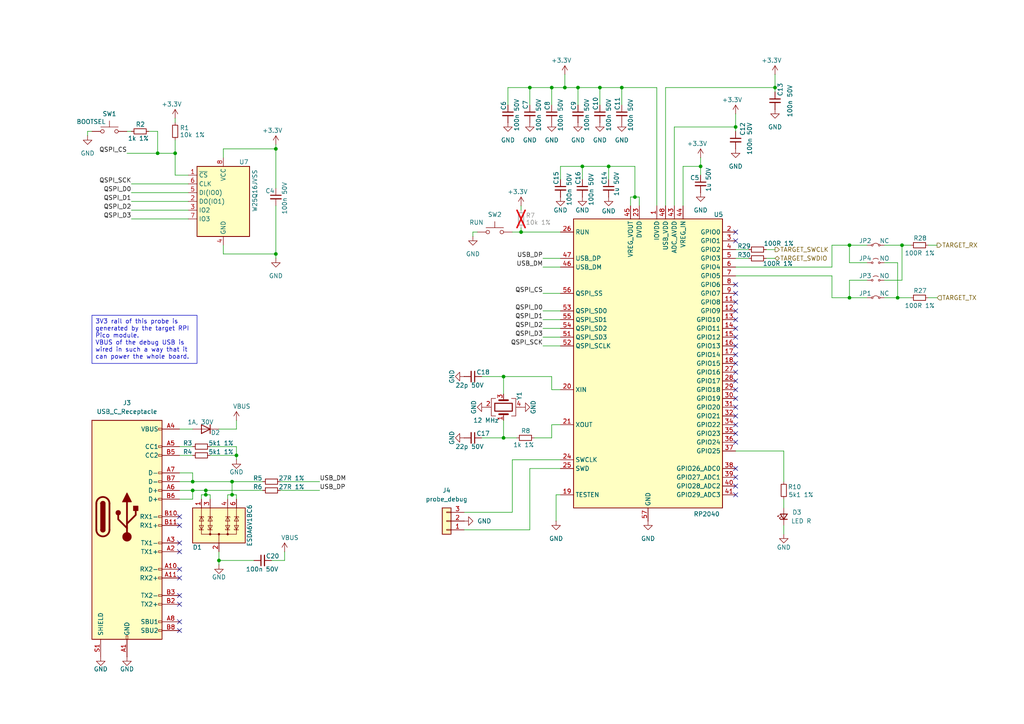
<source format=kicad_sch>
(kicad_sch (version 20231120) (generator "eeschema") (generator_version "8.0")
  (paper "A4")
  (lib_symbols
    (symbol "Connector:USB_C_Receptacle" (pin_names (offset 1.016))
      (property "Reference" "J" (at -10.16 29.21 0))
      (property "Value" "USB_C_Receptacle" (at 10.16 29.21 0))
      (symbol "USB_C_Receptacle_1_1"
        (pin passive line (at 0 -40.64 90) (length 5.08) (name "GND") (number "A1"))
        (pin bidirectional line (at 15.24 -15.24 180) (length 5.08) (name "RX2-") (number "A10"))
        (pin bidirectional line (at 15.24 -17.78 180) (length 5.08) (name "RX2+") (number "A11"))
        (pin passive line (at 0 -40.64 90) (length 5.08) hide (name "GND") (number "A12"))
        (pin bidirectional line (at 15.24 -10.16 180) (length 5.08) (name "TX1+") (number "A2"))
        (pin bidirectional line (at 15.24 -7.62 180) (length 5.08) (name "TX1-") (number "A3"))
        (pin passive line (at 15.24 25.4 180) (length 5.08) (name "VBUS") (number "A4"))
        (pin bidirectional line (at 15.24 20.32 180) (length 5.08) (name "CC1") (number "A5"))
        (pin bidirectional line (at 15.24 7.62 180) (length 5.08) (name "D+") (number "A6"))
        (pin bidirectional line (at 15.24 12.7 180) (length 5.08) (name "D-") (number "A7"))
        (pin bidirectional line (at 15.24 -30.48 180) (length 5.08) (name "SBU1") (number "A8"))
        (pin passive line (at 15.24 25.4 180) (length 5.08) hide (name "VBUS") (number "A9"))
        (pin passive line (at 0 -40.64 90) (length 5.08) hide (name "GND") (number "B1"))
        (pin bidirectional line (at 15.24 0 180) (length 5.08) (name "RX1-") (number "B10"))
        (pin bidirectional line (at 15.24 -2.54 180) (length 5.08) (name "RX1+") (number "B11"))
        (pin passive line (at 0 -40.64 90) (length 5.08) hide (name "GND") (number "B12"))
        (pin bidirectional line (at 15.24 -25.4 180) (length 5.08) (name "TX2+") (number "B2"))
        (pin bidirectional line (at 15.24 -22.86 180) (length 5.08) (name "TX2-") (number "B3"))
        (pin passive line (at 15.24 25.4 180) (length 5.08) hide (name "VBUS") (number "B4"))
        (pin bidirectional line (at 15.24 17.78 180) (length 5.08) (name "CC2") (number "B5"))
        (pin bidirectional line (at 15.24 5.08 180) (length 5.08) (name "D+") (number "B6"))
        (pin bidirectional line (at 15.24 10.16 180) (length 5.08) (name "D-") (number "B7"))
        (pin bidirectional line (at 15.24 -33.02 180) (length 5.08) (name "SBU2") (number "B8"))
        (pin passive line (at 15.24 25.4 180) (length 5.08) hide (name "VBUS") (number "B9"))
        (pin passive line (at -7.62 -40.64 90) (length 5.08) (name "SHIELD") (number "S1"))
      )
    )
    (symbol "Connector_Generic:Conn_01x03" (pin_names (offset 1.016) hide)
      (property "Reference" "J" (at 0 5.08 0))
      (property "Value" "Conn_01x03" (at 0 -5.08 0))
      (symbol "Conn_01x03_1_1"
        (pin passive line (at -5.08 2.54 0) (length 3.81) (name "Pin_1") (number "1"))
        (pin passive line (at -5.08 0 0) (length 3.81) (name "Pin_2") (number "2"))
        (pin passive line (at -5.08 -2.54 0) (length 3.81) (name "Pin_3") (number "3"))
      )
    )
    (symbol "Device:C_Small" (pin_numbers hide) (pin_names (offset 0.254) hide)
      (property "Reference" "C" (at 0.254 1.778 0))
      (property "Value" "C_Small" (at 0.254 -2.032 0))
      (symbol "C_Small_1_1"
        (pin passive line (at 0 2.54 270) (length 2.032) (name "~") (number "1"))
        (pin passive line (at 0 -2.54 90) (length 2.032) (name "~") (number "2"))
      )
    )
    (symbol "Device:Crystal_GND24" (pin_names (offset 1.016) hide)
      (property "Reference" "Y" (at 3.175 5.08 0))
      (property "Value" "Crystal_GND24" (at 3.175 3.175 0))
      (symbol "Crystal_GND24_1_1"
        (pin passive line (at -3.81 0 0) (length 1.27) (name "1") (number "1"))
        (pin passive line (at 0 5.08 270) (length 1.27) (name "2") (number "2"))
        (pin passive line (at 3.81 0 180) (length 1.27) (name "3") (number "3"))
        (pin passive line (at 0 -5.08 90) (length 1.27) (name "4") (number "4"))
      )
    )
    (symbol "Device:D" (pin_numbers hide) (pin_names (offset 1.016) hide)
      (property "Reference" "D" (at 0 2.54 0))
      (property "Value" "D" (at 0 -2.54 0))
      (symbol "D_1_1"
        (pin passive line (at -3.81 0 0) (length 2.54) (name "K") (number "1"))
        (pin passive line (at 3.81 0 180) (length 2.54) (name "A") (number "2"))
      )
    )
    (symbol "Device:LED_Small" (pin_numbers hide) (pin_names (offset 0.254) hide)
      (property "Reference" "D" (at -1.27 3.175 0))
      (property "Value" "LED_Small" (at -4.445 -2.54 0))
      (symbol "LED_Small_1_1"
        (pin passive line (at -2.54 0 0) (length 1.778) (name "K") (number "1"))
        (pin passive line (at 2.54 0 180) (length 1.778) (name "A") (number "2"))
      )
    )
    (symbol "Device:R_Small" (pin_numbers hide) (pin_names (offset 0.254) hide)
      (property "Reference" "R" (at 0.762 0.508 0))
      (property "Value" "R_Small" (at 0.762 -1.016 0))
      (symbol "R_Small_1_1"
        (pin passive line (at 0 2.54 270) (length 0.762) (name "~") (number "1"))
        (pin passive line (at 0 -2.54 90) (length 0.762) (name "~") (number "2"))
      )
    )
    (symbol "Jumper:Jumper_2_Small_Bridged" (pin_numbers hide) (pin_names (offset 0) hide) (exclude_from_sim yes)
      (property "Reference" "JP" (at 0 2.032 0))
      (property "Value" "Jumper_2_Small_Bridged" (at 0 -2.286 0))
      (symbol "Jumper_2_Small_Bridged_1_1"
        (pin passive line (at -2.54 0 0) (length 1.27) (name "A") (number "1"))
        (pin passive line (at 2.54 0 180) (length 1.27) (name "B") (number "2"))
      )
    )
    (symbol "Jumper:Jumper_2_Small_Open" (pin_numbers hide) (pin_names (offset 0) hide) (exclude_from_sim yes)
      (property "Reference" "JP" (at 0 2.794 0))
      (property "Value" "Jumper_2_Small_Open" (at 0 -2.286 0))
      (symbol "Jumper_2_Small_Open_1_1"
        (pin passive line (at -2.54 0 0) (length 1.27) (name "A") (number "1"))
        (pin passive line (at 2.54 0 180) (length 1.27) (name "B") (number "2"))
      )
    )
    (symbol "MCU_RaspberryPi:RP2040"
      (property "Reference" "U" (at 17.78 45.72 0))
      (property "Value" "RP2040" (at 17.78 43.18 0))
      (symbol "RP2040_1_1"
        (pin power_in line (at 2.54 45.72 270) (length 3.81) (name "IOVDD") (number "1"))
        (pin passive line (at 2.54 45.72 270) (length 3.81) hide (name "IOVDD") (number "10"))
        (pin bidirectional line (at 25.4 17.78 180) (length 3.81) (name "GPIO8") (number "11"))
        (pin bidirectional line (at 25.4 15.24 180) (length 3.81) (name "GPIO9") (number "12"))
        (pin bidirectional line (at 25.4 12.7 180) (length 3.81) (name "GPIO10") (number "13"))
        (pin bidirectional line (at 25.4 10.16 180) (length 3.81) (name "GPIO11") (number "14"))
        (pin bidirectional line (at 25.4 7.62 180) (length 3.81) (name "GPIO12") (number "15"))
        (pin bidirectional line (at 25.4 5.08 180) (length 3.81) (name "GPIO13") (number "16"))
        (pin bidirectional line (at 25.4 2.54 180) (length 3.81) (name "GPIO14") (number "17"))
        (pin bidirectional line (at 25.4 0 180) (length 3.81) (name "GPIO15") (number "18"))
        (pin input line (at -25.4 -38.1 0) (length 3.81) (name "TESTEN") (number "19"))
        (pin bidirectional line (at 25.4 38.1 180) (length 3.81) (name "GPIO0") (number "2"))
        (pin input line (at -25.4 -7.62 0) (length 3.81) (name "XIN") (number "20"))
        (pin passive line (at -25.4 -17.78 0) (length 3.81) (name "XOUT") (number "21"))
        (pin passive line (at 2.54 45.72 270) (length 3.81) hide (name "IOVDD") (number "22"))
        (pin power_in line (at -2.54 45.72 270) (length 3.81) (name "DVDD") (number "23"))
        (pin input line (at -25.4 -27.94 0) (length 3.81) (name "SWCLK") (number "24"))
        (pin bidirectional line (at -25.4 -30.48 0) (length 3.81) (name "SWD") (number "25"))
        (pin input line (at -25.4 38.1 0) (length 3.81) (name "RUN") (number "26"))
        (pin bidirectional line (at 25.4 -2.54 180) (length 3.81) (name "GPIO16") (number "27"))
        (pin bidirectional line (at 25.4 -5.08 180) (length 3.81) (name "GPIO17") (number "28"))
        (pin bidirectional line (at 25.4 -7.62 180) (length 3.81) (name "GPIO18") (number "29"))
        (pin bidirectional line (at 25.4 35.56 180) (length 3.81) (name "GPIO1") (number "3"))
        (pin bidirectional line (at 25.4 -10.16 180) (length 3.81) (name "GPIO19") (number "30"))
        (pin bidirectional line (at 25.4 -12.7 180) (length 3.81) (name "GPIO20") (number "31"))
        (pin bidirectional line (at 25.4 -15.24 180) (length 3.81) (name "GPIO21") (number "32"))
        (pin passive line (at 2.54 45.72 270) (length 3.81) hide (name "IOVDD") (number "33"))
        (pin bidirectional line (at 25.4 -17.78 180) (length 3.81) (name "GPIO22") (number "34"))
        (pin bidirectional line (at 25.4 -20.32 180) (length 3.81) (name "GPIO23") (number "35"))
        (pin bidirectional line (at 25.4 -22.86 180) (length 3.81) (name "GPIO24") (number "36"))
        (pin bidirectional line (at 25.4 -25.4 180) (length 3.81) (name "GPIO25") (number "37"))
        (pin bidirectional line (at 25.4 -30.48 180) (length 3.81) (name "GPIO26_ADC0") (number "38"))
        (pin bidirectional line (at 25.4 -33.02 180) (length 3.81) (name "GPIO27_ADC1") (number "39"))
        (pin bidirectional line (at 25.4 33.02 180) (length 3.81) (name "GPIO2") (number "4"))
        (pin bidirectional line (at 25.4 -35.56 180) (length 3.81) (name "GPIO28_ADC2") (number "40"))
        (pin bidirectional line (at 25.4 -38.1 180) (length 3.81) (name "GPIO29_ADC3") (number "41"))
        (pin passive line (at 2.54 45.72 270) (length 3.81) hide (name "IOVDD") (number "42"))
        (pin power_in line (at 7.62 45.72 270) (length 3.81) (name "ADC_AVDD") (number "43"))
        (pin power_in line (at 10.16 45.72 270) (length 3.81) (name "VREG_IN") (number "44"))
        (pin power_out line (at -5.08 45.72 270) (length 3.81) (name "VREG_VOUT") (number "45"))
        (pin bidirectional line (at -25.4 27.94 0) (length 3.81) (name "USB_DM") (number "46"))
        (pin bidirectional line (at -25.4 30.48 0) (length 3.81) (name "USB_DP") (number "47"))
        (pin power_in line (at 5.08 45.72 270) (length 3.81) (name "USB_VDD") (number "48"))
        (pin passive line (at 2.54 45.72 270) (length 3.81) hide (name "IOVDD") (number "49"))
        (pin bidirectional line (at 25.4 30.48 180) (length 3.81) (name "GPIO3") (number "5"))
        (pin passive line (at -2.54 45.72 270) (length 3.81) hide (name "DVDD") (number "50"))
        (pin bidirectional line (at -25.4 7.62 0) (length 3.81) (name "QSPI_SD3") (number "51"))
        (pin output line (at -25.4 5.08 0) (length 3.81) (name "QSPI_SCLK") (number "52"))
        (pin bidirectional line (at -25.4 15.24 0) (length 3.81) (name "QSPI_SD0") (number "53"))
        (pin bidirectional line (at -25.4 10.16 0) (length 3.81) (name "QSPI_SD2") (number "54"))
        (pin bidirectional line (at -25.4 12.7 0) (length 3.81) (name "QSPI_SD1") (number "55"))
        (pin bidirectional line (at -25.4 20.32 0) (length 3.81) (name "QSPI_SS") (number "56"))
        (pin power_in line (at 0 -45.72 90) (length 3.81) (name "GND") (number "57"))
        (pin bidirectional line (at 25.4 27.94 180) (length 3.81) (name "GPIO4") (number "6"))
        (pin bidirectional line (at 25.4 25.4 180) (length 3.81) (name "GPIO5") (number "7"))
        (pin bidirectional line (at 25.4 22.86 180) (length 3.81) (name "GPIO6") (number "8"))
        (pin bidirectional line (at 25.4 20.32 180) (length 3.81) (name "GPIO7") (number "9"))
      )
    )
    (symbol "Memory_Flash:W25Q16JVSS"
      (property "Reference" "U" (at -6.35 11.43 0))
      (property "Value" "W25Q16JVSS" (at 7.62 11.43 0))
      (symbol "W25Q16JVSS_1_1"
        (pin input line (at -10.16 7.62 0) (length 2.54) (name "~{CS}") (number "1"))
        (pin bidirectional line (at -10.16 0 0) (length 2.54) (name "DO(IO1)") (number "2"))
        (pin bidirectional line (at -10.16 -2.54 0) (length 2.54) (name "IO2") (number "3"))
        (pin power_in line (at 0 -12.7 90) (length 2.54) (name "GND") (number "4"))
        (pin bidirectional line (at -10.16 2.54 0) (length 2.54) (name "DI(IO0)") (number "5"))
        (pin input line (at -10.16 5.08 0) (length 2.54) (name "CLK") (number "6"))
        (pin bidirectional line (at -10.16 -5.08 0) (length 2.54) (name "IO3") (number "7"))
        (pin power_in line (at 0 12.7 270) (length 2.54) (name "VCC") (number "8"))
      )
    )
    (symbol "Power_Protection:ESDA6V1BC6" (pin_names hide)
      (property "Reference" "D" (at -2.54 -6.35 0))
      (property "Value" "ESDA6V1BC6" (at 1.27 -6.35 0))
      (symbol "ESDA6V1BC6_0_0"
        (pin passive line (at 0 -7.62 90) (length 2.54) (name "COM") (number "2"))
      )
      (symbol "ESDA6V1BC6_1_1"
        (pin passive line (at -5.08 7.62 270) (length 2.54) (name "TVS1") (number "1"))
        (pin passive line (at -2.54 7.62 270) (length 2.54) (name "TVS2") (number "3"))
        (pin passive line (at 2.54 7.62 270) (length 2.54) (name "TVS3") (number "4"))
        (pin passive line (at 0 -7.62 90) (length 2.54) hide (name "COM") (number "5"))
        (pin passive line (at 5.08 7.62 270) (length 2.54) (name "TVS4") (number "6"))
      )
    )
    (symbol "Switch:SW_Push" (pin_numbers hide) (pin_names (offset 1.016) hide)
      (property "Reference" "SW" (at 1.27 2.54 0))
      (property "Value" "SW_Push" (at 0 -1.524 0))
      (symbol "SW_Push_0_1"
        (pin passive line (at -5.08 0 0) (length 2.54) (name "1") (number "1"))
        (pin passive line (at 5.08 0 180) (length 2.54) (name "2") (number "2"))
      )
    )
    (symbol "power:+3.3V" (power) (pin_numbers hide) (pin_names (offset 0) hide)
      (property "Value" "+3.3V" (at 0 3.556 0))
      (symbol "+3.3V_1_1"
        (pin power_in line (at 0 0 90) (length 0) (name "~") (number "1"))
      )
    )
    (symbol "power:GND" (power) (pin_numbers hide) (pin_names (offset 0) hide)
      (property "Value" "GND" (at 0 -3.81 0))
      (symbol "GND_1_1"
        (pin power_in line (at 0 0 270) (length 0) (name "~") (number "1"))
      )
    )
    (symbol "power:VBUS" (power) (pin_numbers hide) (pin_names (offset 0) hide)
      (property "Value" "VBUS" (at 0 3.556 0))
      (symbol "VBUS_1_1"
        (pin power_in line (at 0 0 90) (length 0) (name "~") (number "1"))
      )
    )
  )
  (junction (at 173.99 25.4))
  (junction (at 50.8 44.45))
  (junction (at 80.01 43.18))
  (junction (at 167.64 25.4))
  (junction (at 163.83 25.4))
  (junction (at 68.58 132.08))
  (junction (at 59.69 142.24))
  (junction (at 67.31 143.51))
  (junction (at 160.02 25.4))
  (junction (at 168.91 48.26))
  (junction (at 146.05 127))
  (junction (at 246.38 86.36))
  (junction (at 55.88 142.24))
  (junction (at 63.5 162.56))
  (junction (at 146.05 109.22))
  (junction (at 55.88 139.7))
  (junction (at 246.38 71.12))
  (junction (at 184.15 57.15))
  (junction (at 260.35 86.36))
  (junction (at 45.72 44.45))
  (junction (at 203.2 48.26))
  (junction (at 59.69 143.51))
  (junction (at 151.13 67.31))
  (junction (at 213.36 36.83))
  (junction (at 67.31 139.7))
  (junction (at 261.62 71.12))
  (junction (at 176.53 48.26))
  (junction (at 224.79 25.4))
  (junction (at 80.01 73.66))
  (junction (at 180.34 25.4))
  (junction (at 153.67 25.4))
  (no_connect (at 52.07 180.34))
  (no_connect (at 52.07 157.48))
  (no_connect (at 213.36 138.43))
  (no_connect (at 213.36 118.11))
  (no_connect (at 213.36 135.89))
  (no_connect (at 213.36 123.19))
  (no_connect (at 52.07 172.72))
  (no_connect (at 213.36 67.31))
  (no_connect (at 213.36 125.73))
  (no_connect (at 213.36 85.09))
  (no_connect (at 52.07 149.86))
  (no_connect (at 213.36 107.95))
  (no_connect (at 52.07 160.02))
  (no_connect (at 213.36 110.49))
  (no_connect (at 213.36 115.57))
  (no_connect (at 52.07 175.26))
  (no_connect (at 213.36 120.65))
  (no_connect (at 213.36 95.25))
  (no_connect (at 213.36 82.55))
  (no_connect (at 213.36 143.51))
  (no_connect (at 213.36 105.41))
  (no_connect (at 52.07 167.64))
  (no_connect (at 213.36 90.17))
  (no_connect (at 213.36 92.71))
  (no_connect (at 213.36 128.27))
  (no_connect (at 213.36 97.79))
  (no_connect (at 213.36 87.63))
  (no_connect (at 213.36 100.33))
  (no_connect (at 52.07 182.88))
  (no_connect (at 213.36 140.97))
  (no_connect (at 52.07 152.4))
  (no_connect (at 213.36 102.87))
  (no_connect (at 213.36 69.85))
  (no_connect (at 213.36 113.03))
  (no_connect (at 52.07 165.1))
  (wire (pts (xy 256.54 81.28) (xy 261.62 81.28)))
  (wire (pts (xy 241.3 80.01) (xy 213.36 80.01)))
  (wire (pts (xy 64.77 43.18) (xy 64.77 45.72)))
  (wire (pts (xy 68.58 143.51) (xy 68.58 144.78)))
  (wire (pts (xy 146.05 109.22) (xy 146.05 114.3)))
  (wire (pts (xy 246.38 76.2) (xy 246.38 71.12)))
  (wire (pts (xy 157.48 92.71) (xy 162.56 92.71)))
  (wire (pts (xy 50.8 44.45) (xy 50.8 50.8)))
  (wire (pts (xy 148.59 67.31) (xy 151.13 67.31)))
  (wire (pts (xy 38.1 55.88) (xy 54.61 55.88)))
  (wire (pts (xy 157.48 77.47) (xy 162.56 77.47)))
  (wire (pts (xy 157.48 97.79) (xy 162.56 97.79)))
  (wire (pts (xy 38.1 63.5) (xy 54.61 63.5)))
  (wire (pts (xy 151.13 59.69) (xy 151.13 60.96)))
  (wire (pts (xy 269.24 86.36) (xy 271.78 86.36)))
  (wire (pts (xy 36.83 38.1) (xy 38.1 38.1)))
  (wire (pts (xy 161.29 151.13) (xy 161.29 143.51)))
  (wire (pts (xy 59.69 142.24) (xy 76.2 142.24)))
  (wire (pts (xy 256.54 86.36) (xy 260.35 86.36)))
  (wire (pts (xy 227.33 152.4) (xy 227.33 154.94)))
  (wire (pts (xy 146.05 109.22) (xy 160.02 109.22)))
  (wire (pts (xy 63.5 124.46) (xy 68.58 124.46)))
  (wire (pts (xy 50.8 40.64) (xy 50.8 44.45)))
  (wire (pts (xy 50.8 34.29) (xy 50.8 35.56)))
  (wire (pts (xy 50.8 50.8) (xy 54.61 50.8)))
  (wire (pts (xy 160.02 25.4) (xy 163.83 25.4)))
  (wire (pts (xy 80.01 73.66) (xy 64.77 73.66)))
  (wire (pts (xy 256.54 76.2) (xy 260.35 76.2)))
  (wire (pts (xy 134.62 153.67) (xy 153.67 153.67)))
  (wire (pts (xy 269.24 71.12) (xy 271.78 71.12)))
  (wire (pts (xy 139.7 109.22) (xy 146.05 109.22)))
  (wire (pts (xy 222.25 72.39) (xy 224.79 72.39)))
  (wire (pts (xy 213.36 72.39) (xy 217.17 72.39)))
  (wire (pts (xy 195.58 36.83) (xy 195.58 59.69)))
  (wire (pts (xy 176.53 48.26) (xy 184.15 48.26)))
  (wire (pts (xy 67.31 139.7) (xy 67.31 143.51)))
  (wire (pts (xy 260.35 76.2) (xy 260.35 86.36)))
  (wire (pts (xy 162.56 52.07) (xy 162.56 48.26)))
  (wire (pts (xy 241.3 71.12) (xy 246.38 71.12)))
  (wire (pts (xy 81.28 139.7) (xy 92.71 139.7)))
  (wire (pts (xy 151.13 66.04) (xy 151.13 67.31)))
  (wire (pts (xy 160.02 123.19) (xy 162.56 123.19)))
  (wire (pts (xy 180.34 25.4) (xy 180.34 30.48)))
  (wire (pts (xy 198.12 48.26) (xy 198.12 59.69)))
  (wire (pts (xy 173.99 25.4) (xy 173.99 30.48)))
  (wire (pts (xy 160.02 113.03) (xy 162.56 113.03)))
  (wire (pts (xy 167.64 25.4) (xy 167.64 30.48)))
  (wire (pts (xy 38.1 60.96) (xy 54.61 60.96)))
  (wire (pts (xy 64.77 71.12) (xy 64.77 73.66)))
  (wire (pts (xy 58.42 143.51) (xy 59.69 143.51)))
  (wire (pts (xy 251.46 76.2) (xy 246.38 76.2)))
  (wire (pts (xy 157.48 100.33) (xy 162.56 100.33)))
  (wire (pts (xy 80.01 41.91) (xy 80.01 43.18)))
  (wire (pts (xy 213.36 33.02) (xy 213.36 36.83)))
  (wire (pts (xy 246.38 81.28) (xy 246.38 86.36)))
  (wire (pts (xy 137.16 67.31) (xy 138.43 67.31)))
  (wire (pts (xy 43.18 38.1) (xy 45.72 38.1)))
  (wire (pts (xy 167.64 25.4) (xy 173.99 25.4)))
  (wire (pts (xy 182.88 59.69) (xy 182.88 57.15)))
  (wire (pts (xy 184.15 48.26) (xy 184.15 57.15)))
  (wire (pts (xy 185.42 57.15) (xy 185.42 59.69)))
  (wire (pts (xy 66.04 144.78) (xy 66.04 143.51)))
  (wire (pts (xy 193.04 25.4) (xy 193.04 59.69)))
  (wire (pts (xy 147.32 25.4) (xy 153.67 25.4)))
  (wire (pts (xy 52.07 137.16) (xy 55.88 137.16)))
  (wire (pts (xy 157.48 90.17) (xy 162.56 90.17)))
  (wire (pts (xy 81.28 142.24) (xy 92.71 142.24)))
  (wire (pts (xy 161.29 143.51) (xy 162.56 143.51)))
  (wire (pts (xy 227.33 130.81) (xy 227.33 139.7)))
  (wire (pts (xy 213.36 74.93) (xy 217.17 74.93)))
  (wire (pts (xy 55.88 139.7) (xy 67.31 139.7)))
  (wire (pts (xy 137.16 68.58) (xy 137.16 67.31)))
  (wire (pts (xy 148.59 133.35) (xy 162.56 133.35)))
  (wire (pts (xy 213.36 130.81) (xy 227.33 130.81)))
  (wire (pts (xy 173.99 25.4) (xy 180.34 25.4)))
  (wire (pts (xy 82.55 160.02) (xy 82.55 162.56)))
  (wire (pts (xy 55.88 137.16) (xy 55.88 139.7)))
  (wire (pts (xy 36.83 44.45) (xy 45.72 44.45)))
  (wire (pts (xy 160.02 127) (xy 160.02 123.19)))
  (wire (pts (xy 60.96 129.54) (xy 68.58 129.54)))
  (wire (pts (xy 60.96 143.51) (xy 60.96 144.78)))
  (wire (pts (xy 68.58 132.08) (xy 68.58 133.35)))
  (wire (pts (xy 25.4 39.37) (xy 25.4 38.1)))
  (wire (pts (xy 45.72 38.1) (xy 45.72 44.45)))
  (wire (pts (xy 52.07 132.08) (xy 55.88 132.08)))
  (wire (pts (xy 80.01 54.61) (xy 80.01 43.18)))
  (wire (pts (xy 38.1 58.42) (xy 54.61 58.42)))
  (wire (pts (xy 25.4 38.1) (xy 26.67 38.1)))
  (wire (pts (xy 163.83 25.4) (xy 167.64 25.4)))
  (wire (pts (xy 55.88 142.24) (xy 55.88 144.78)))
  (wire (pts (xy 160.02 109.22) (xy 160.02 113.03)))
  (wire (pts (xy 68.58 124.46) (xy 68.58 121.92)))
  (wire (pts (xy 52.07 129.54) (xy 55.88 129.54)))
  (wire (pts (xy 241.3 86.36) (xy 241.3 80.01)))
  (wire (pts (xy 147.32 30.48) (xy 147.32 25.4)))
  (wire (pts (xy 203.2 48.26) (xy 203.2 50.8)))
  (wire (pts (xy 261.62 81.28) (xy 261.62 71.12)))
  (wire (pts (xy 134.62 148.59) (xy 148.59 148.59)))
  (wire (pts (xy 241.3 71.12) (xy 241.3 77.47)))
  (wire (pts (xy 180.34 25.4) (xy 190.5 25.4)))
  (wire (pts (xy 153.67 135.89) (xy 162.56 135.89)))
  (wire (pts (xy 203.2 48.26) (xy 198.12 48.26)))
  (wire (pts (xy 59.69 143.51) (xy 60.96 143.51)))
  (wire (pts (xy 261.62 71.12) (xy 264.16 71.12)))
  (wire (pts (xy 60.96 132.08) (xy 68.58 132.08)))
  (wire (pts (xy 66.04 143.51) (xy 67.31 143.51)))
  (wire (pts (xy 190.5 25.4) (xy 190.5 59.69)))
  (wire (pts (xy 213.36 36.83) (xy 213.36 38.1)))
  (wire (pts (xy 67.31 143.51) (xy 68.58 143.51)))
  (wire (pts (xy 63.5 160.02) (xy 63.5 162.56)))
  (wire (pts (xy 224.79 25.4) (xy 193.04 25.4)))
  (wire (pts (xy 153.67 25.4) (xy 153.67 30.48)))
  (wire (pts (xy 246.38 86.36) (xy 251.46 86.36)))
  (wire (pts (xy 168.91 48.26) (xy 176.53 48.26)))
  (wire (pts (xy 203.2 45.72) (xy 203.2 48.26)))
  (wire (pts (xy 80.01 43.18) (xy 64.77 43.18)))
  (wire (pts (xy 224.79 21.59) (xy 224.79 25.4)))
  (wire (pts (xy 224.79 25.4) (xy 224.79 26.67)))
  (wire (pts (xy 80.01 73.66) (xy 80.01 74.93)))
  (wire (pts (xy 63.5 162.56) (xy 73.66 162.56)))
  (wire (pts (xy 59.69 142.24) (xy 59.69 143.51)))
  (wire (pts (xy 82.55 162.56) (xy 78.74 162.56)))
  (wire (pts (xy 55.88 144.78) (xy 52.07 144.78)))
  (wire (pts (xy 241.3 86.36) (xy 246.38 86.36)))
  (wire (pts (xy 154.94 127) (xy 160.02 127)))
  (wire (pts (xy 52.07 142.24) (xy 55.88 142.24)))
  (wire (pts (xy 182.88 57.15) (xy 184.15 57.15)))
  (wire (pts (xy 157.48 74.93) (xy 162.56 74.93)))
  (wire (pts (xy 256.54 71.12) (xy 261.62 71.12)))
  (wire (pts (xy 153.67 25.4) (xy 160.02 25.4)))
  (wire (pts (xy 38.1 53.34) (xy 54.61 53.34)))
  (wire (pts (xy 176.53 52.07) (xy 176.53 48.26)))
  (wire (pts (xy 80.01 59.69) (xy 80.01 73.66)))
  (wire (pts (xy 52.07 124.46) (xy 55.88 124.46)))
  (wire (pts (xy 58.42 144.78) (xy 58.42 143.51)))
  (wire (pts (xy 151.13 67.31) (xy 162.56 67.31)))
  (wire (pts (xy 63.5 162.56) (xy 63.5 163.83)))
  (wire (pts (xy 222.25 74.93) (xy 224.79 74.93)))
  (wire (pts (xy 67.31 139.7) (xy 76.2 139.7)))
  (wire (pts (xy 246.38 71.12) (xy 251.46 71.12)))
  (wire (pts (xy 45.72 44.45) (xy 50.8 44.45)))
  (wire (pts (xy 148.59 148.59) (xy 148.59 133.35)))
  (wire (pts (xy 157.48 95.25) (xy 162.56 95.25)))
  (wire (pts (xy 55.88 142.24) (xy 59.69 142.24)))
  (wire (pts (xy 160.02 25.4) (xy 160.02 30.48)))
  (wire (pts (xy 163.83 21.59) (xy 163.83 25.4)))
  (wire (pts (xy 213.36 36.83) (xy 195.58 36.83)))
  (wire (pts (xy 68.58 129.54) (xy 68.58 132.08)))
  (wire (pts (xy 241.3 77.47) (xy 213.36 77.47)))
  (wire (pts (xy 157.48 85.09) (xy 162.56 85.09)))
  (wire (pts (xy 149.86 127) (xy 146.05 127)))
  (wire (pts (xy 146.05 121.92) (xy 146.05 127)))
  (wire (pts (xy 251.46 81.28) (xy 246.38 81.28)))
  (wire (pts (xy 162.56 48.26) (xy 168.91 48.26)))
  (wire (pts (xy 168.91 48.26) (xy 168.91 52.07)))
  (wire (pts (xy 184.15 57.15) (xy 185.42 57.15)))
  (wire (pts (xy 227.33 144.78) (xy 227.33 147.32)))
  (wire (pts (xy 146.05 127) (xy 139.7 127)))
  (wire (pts (xy 153.67 153.67) (xy 153.67 135.89)))
  (wire (pts (xy 55.88 139.7) (xy 52.07 139.7)))
  (wire (pts (xy 260.35 86.36) (xy 264.16 86.36)))
  (text_box "3V3 rail of this probe is generated by the target RPI Pico module.\nVBUS of the debug USB is wired in such a way that it can power the whole board." (at 26.67 91.44 0) (size 30.48 13.97) (effects (font (size 1.27 1.27)) (justify left top)))
  (label "QSPI_D0" (at 38.1 55.88 180))
  (label "QSPI_SCK" (at 38.1 53.34 180))
  (label "QSPI_SCK" (at 157.48 100.33 180))
  (label "QSPI_CS" (at 157.48 85.09 180))
  (label "USB_DM" (at 92.71 139.7 0))
  (label "QSPI_D3" (at 38.1 63.5 180))
  (label "USB_DP" (at 157.48 74.93 180))
  (label "USB_DM" (at 157.48 77.47 180))
  (label "QSPI_D3" (at 157.48 97.79 180))
  (label "QSPI_D2" (at 38.1 60.96 180))
  (label "QSPI_D1" (at 157.48 92.71 180))
  (label "QSPI_CS" (at 36.83 44.45 180))
  (label "USB_DP" (at 92.71 142.24 0))
  (label "QSPI_D2" (at 157.48 95.25 180))
  (label "QSPI_D0" (at 157.48 90.17 180))
  (label "QSPI_D1" (at 38.1 58.42 180))
  (hierarchical_label "TARGET_SWDIO" (shape bidirectional) (at 224.79 74.93 0))
  (hierarchical_label "TARGET_SWCLK" (shape output) (at 224.79 72.39 0))
  (hierarchical_label "TARGET_TX" (shape input) (at 271.78 86.36 0))
  (hierarchical_label "TARGET_RX" (shape output) (at 271.78 71.12 0))
  (symbol (lib_id "Device:R_Small") (at 78.74 139.7 270) (unit 1)
    (property "Reference" "R5" (at 73.406 138.684 90) (effects (justify left)))
    (property "Value" "27R 1%" (at 80.772 138.684 90) (effects (justify left)))
    (property "Footprint" "Resistor_SMD:R_0603_1608Metric_Pad0.98x0.95mm_HandSolder" (effects (hide yes)))
  )
  (symbol (lib_id "power:GND") (at 134.62 109.22 270) (unit 1)
    (property "Reference" "#PWR061" (effects (hide yes)))
    (property "Value" "GND" (at 131.064 109.22 0))
    (property "Description" "Power symbol creates a global label with name \"GND\" , ground" (effects (hide yes)))
  )
  (symbol (lib_id "Device:R_Small") (at 40.64 38.1 270) (unit 1)
    (property "Reference" "R2" (at 39.37 36.068 90) (effects (justify left)))
    (property "Value" "1k 1%" (at 37.084 40.132 90) (effects (justify left)))
    (property "Footprint" "Resistor_SMD:R_0603_1608Metric_Pad0.98x0.95mm_HandSolder" (effects (hide yes)))
  )
  (symbol (lib_id "Device:R_Small") (at 227.33 142.24 180) (unit 1)
    (property "Reference" "R10" (at 232.41 141.224 0) (effects (justify left)))
    (property "Value" "5k1 1%" (at 235.966 143.51 0) (effects (justify left)))
    (property "Footprint" "Resistor_SMD:R_0603_1608Metric_Pad0.98x0.95mm_HandSolder" (effects (hide yes)))
  )
  (symbol (lib_id "Device:C_Small") (at 153.67 33.02 0) (unit 1)
    (property "Reference" "C7" (at 152.4 31.75 90) (effects (justify left)))
    (property "Value" "100n 50V" (at 156.21 38.1 90) (effects (justify left)))
    (property "Footprint" "Capacitor_SMD:C_0603_1608Metric_Pad1.08x0.95mm_HandSolder" (effects (hide yes)))
  )
  (symbol (lib_id "Device:C_Small") (at 213.36 40.64 0) (unit 1)
    (property "Reference" "C12" (at 215.392 39.37 90) (effects (justify left)))
    (property "Value" "100n 50V" (at 217.424 44.958 90) (effects (justify left)))
    (property "Footprint" "Capacitor_SMD:C_0603_1608Metric_Pad1.08x0.95mm_HandSolder" (effects (hide yes)))
  )
  (symbol (lib_id "Device:C_Small") (at 173.99 33.02 0) (unit 1)
    (property "Reference" "C10" (at 172.72 32.004 90) (effects (justify left)))
    (property "Value" "100n 50V" (at 176.53 38.1 90) (effects (justify left)))
    (property "Footprint" "Capacitor_SMD:C_0603_1608Metric_Pad1.08x0.95mm_HandSolder" (effects (hide yes)))
  )
  (symbol (lib_id "power:GND") (at 36.83 190.5 0) (unit 1)
    (property "Reference" "#PWR038" (effects (hide yes)))
    (property "Value" "GND" (at 36.83 194.056 0))
    (property "Description" "Power symbol creates a global label with name \"GND\" , ground" (effects (hide yes)))
  )
  (symbol (lib_id "power:GND") (at 140.97 118.11 270) (unit 1)
    (property "Reference" "#PWR059" (effects (hide yes)))
    (property "Value" "GND" (at 137.414 118.11 0))
    (property "Description" "Power symbol creates a global label with name \"GND\" , ground" (effects (hide yes)))
  )
  (symbol (lib_id "power:GND") (at 161.29 151.13 0) (unit 1)
    (property "Reference" "#PWR042" (effects (hide yes)))
    (property "Value" "GND" (at 161.29 156.21 0))
    (property "Description" "Power symbol creates a global label with name \"GND\" , ground" (effects (hide yes)))
  )
  (symbol (lib_id "power:+3.3V") (at 203.2 45.72 0) (unit 1)
    (property "Reference" "#PWR043" (effects (hide yes)))
    (property "Value" "+3.3V" (at 202.184 41.656 0))
    (property "Description" "Power symbol creates a global label with name \"+3.3V\"" (effects (hide yes)))
  )
  (symbol (lib_id "Device:D") (at 59.69 124.46 180) (unit 1)
    (property "Reference" "D2" (at 62.484 125.476 0))
    (property "Value" "1A, 30V" (at 58.166 122.428 0))
    (property "Footprint" "Diode_SMD:D_PowerDI-123" (effects (hide yes)))
    (property "Datasheet" "https://www.diodes.com/assets/Datasheets/ds30445.pdf" (effects (hide yes)))
    (property "Description" "Diode" (effects (hide yes)))
    (property "M" "Diodes Incorporated" (effects (hide yes)))
    (property "MPN" "DFLS130-7" (effects (hide yes)))
    (property "jlc" "C150474" (effects (hide yes)))
  )
  (symbol (lib_id "power:VBUS") (at 68.58 121.92 0) (unit 1)
    (property "Reference" "#PWR032" (effects (hide yes)))
    (property "Value" "VBUS" (at 70.104 117.856 0))
    (property "Description" "Power symbol creates a global label with name \"VBUS\"" (effects (hide yes)))
  )
  (symbol (lib_id "power:GND") (at 134.62 151.13 90) (unit 1)
    (property "Reference" "#PWR064" (effects (hide yes)))
    (property "Value" "GND" (at 138.43 151.1299 90) (effects (justify right)))
    (property "Description" "Power symbol creates a global label with name \"GND\" , ground" (effects (hide yes)))
  )
  (symbol (lib_id "power:+3.3V") (at 213.36 33.02 0) (unit 1)
    (property "Reference" "#PWR053" (effects (hide yes)))
    (property "Value" "+3.3V" (at 212.344 28.956 0))
    (property "Description" "Power symbol creates a global label with name \"+3.3V\"" (effects (hide yes)))
  )
  (symbol (lib_id "power:GND") (at 25.4 39.37 0) (unit 1)
    (property "Reference" "#PWR031" (effects (hide yes)))
    (property "Value" "GND" (at 25.4 44.45 0))
    (property "Description" "Power symbol creates a global label with name \"GND\" , ground" (effects (hide yes)))
  )
  (symbol (lib_id "Device:C_Small") (at 224.79 29.21 0) (unit 1)
    (property "Reference" "C13" (at 226.314 27.94 90) (effects (justify left)))
    (property "Value" "100n 50V" (at 229.108 34.036 90) (effects (justify left)))
    (property "Footprint" "Capacitor_SMD:C_0603_1608Metric_Pad1.08x0.95mm_HandSolder" (effects (hide yes)))
  )
  (symbol (lib_id "power:GND") (at 224.79 31.75 0) (unit 1)
    (property "Reference" "#PWR055" (effects (hide yes)))
    (property "Value" "GND" (at 224.79 36.83 0))
    (property "Description" "Power symbol creates a global label with name \"GND\" , ground" (effects (hide yes)))
  )
  (symbol (lib_id "power:+3.3V") (at 151.13 59.69 0) (unit 1)
    (property "Reference" "#PWR040" (effects (hide yes)))
    (property "Value" "+3.3V" (at 150.114 55.626 0))
    (property "Description" "Power symbol creates a global label with name \"+3.3V\"" (effects (hide yes)))
  )
  (symbol (lib_id "Device:Crystal_GND24") (at 146.05 118.11 90) (unit 1)
    (property "Reference" "Y1" (at 150.622 114.808 0))
    (property "Value" "12 MHz" (at 140.97 121.92 90))
    (property "Footprint" "Crystal:Crystal_SMD_3225-4Pin_3.2x2.5mm" (effects (hide yes)))
    (property "Datasheet" "https://jlcpcb.com/api/file/downloadByFileSystemAccessId/8579709253220614144" (effects (hide yes)))
    (property "M" "YXC Crystal Oscillators" (effects (hide yes)))
    (property "MPN" "X322512MSB4SI" (effects (hide yes)))
    (property "jlc" "C9002" (effects (hide yes)))
  )
  (symbol (lib_id "power:GND") (at 63.5 163.83 0) (unit 1)
    (property "Reference" "#PWR036" (effects (hide yes)))
    (property "Value" "GND" (at 63.5 167.386 0))
    (property "Description" "Power symbol creates a global label with name \"GND\" , ground" (effects (hide yes)))
  )
  (symbol (lib_id "power:GND") (at 80.01 74.93 0) (unit 1)
    (property "Reference" "#PWR034" (effects (hide yes)))
    (property "Value" "GND" (at 80.01 80.01 0))
    (property "Description" "Power symbol creates a global label with name \"GND\" , ground" (effects (hide yes)))
  )
  (symbol (lib_id "Switch:SW_Push") (at 31.75 38.1 0) (unit 1)
    (property "Reference" "SW1" (at 31.75 33.02 0))
    (property "Value" "BOOTSEL" (at 26.416 35.306 0))
    (property "Footprint" "Button_Switch_SMD:SW_SPST_B3U-1000P" (effects (hide yes)))
    (property "jlc" "C231329" (effects (hide yes)))
  )
  (symbol (lib_id "Device:R_Small") (at 78.74 142.24 270) (unit 1)
    (property "Reference" "R6" (at 73.406 141.224 90) (effects (justify left)))
    (property "Value" "27R 1%" (at 80.772 141.224 90) (effects (justify left)))
    (property "Footprint" "Resistor_SMD:R_0603_1608Metric_Pad0.98x0.95mm_HandSolder" (effects (hide yes)))
  )
  (symbol (lib_id "Device:C_Small") (at 168.91 54.61 0) (unit 1)
    (property "Reference" "C16" (at 167.64 53.594 90) (effects (justify left)))
    (property "Value" "100n 50V" (at 171.45 59.69 90) (effects (justify left)))
    (property "Footprint" "Capacitor_SMD:C_0603_1608Metric_Pad1.08x0.95mm_HandSolder" (effects (hide yes)))
  )
  (symbol (lib_id "power:GND") (at 137.16 68.58 0) (unit 1)
    (property "Reference" "#PWR039" (effects (hide yes)))
    (property "Value" "GND" (at 137.16 73.66 0))
    (property "Description" "Power symbol creates a global label with name \"GND\" , ground" (effects (hide yes)))
  )
  (symbol (lib_id "Jumper:Jumper_2_Small_Open") (at 254 81.28 0) (unit 1) (exclude_from_sim yes)
    (property "Reference" "JP3" (at 250.952 80.01 0))
    (property "Value" "NO" (at 256.54 80.01 0))
    (property "Footprint" "Jumper:SolderJumper-2_P1.3mm_Open_RoundedPad1.0x1.5mm" (effects (hide yes)))
    (property "Description" "Jumper, 2-pole, small symbol, open" (effects (hide yes)))
  )
  (symbol (lib_id "power:GND") (at 167.64 35.56 0) (unit 1)
    (property "Reference" "#PWR048" (effects (hide yes)))
    (property "Value" "GND" (at 167.64 40.64 0))
    (property "Description" "Power symbol creates a global label with name \"GND\" , ground" (effects (hide yes)))
  )
  (symbol (lib_id "power:+3.3V") (at 224.79 21.59 0) (unit 1)
    (property "Reference" "#PWR054" (effects (hide yes)))
    (property "Value" "+3.3V" (at 223.774 17.526 0))
    (property "Description" "Power symbol creates a global label with name \"+3.3V\"" (effects (hide yes)))
  )
  (symbol (lib_id "power:VBUS") (at 82.55 160.02 0) (unit 1)
    (property "Reference" "#PWR070" (effects (hide yes)))
    (property "Value" "VBUS" (at 84.074 155.956 0))
    (property "Description" "Power symbol creates a global label with name \"VBUS\"" (effects (hide yes)))
  )
  (symbol (lib_id "Device:C_Small") (at 76.2 162.56 90) (unit 1)
    (property "Reference" "C20" (at 81.026 161.29 90) (effects (justify left)))
    (property "Value" "100n 50V" (at 80.772 165.1 90) (effects (justify left)))
    (property "Footprint" "Capacitor_SMD:C_0603_1608Metric_Pad1.08x0.95mm_HandSolder" (effects (hide yes)))
  )
  (symbol (lib_id "Device:R_Small") (at 152.4 127 270) (unit 1)
    (property "Reference" "R8" (at 151.13 124.968 90) (effects (justify left)))
    (property "Value" "1k 1%" (at 148.844 129.032 90) (effects (justify left)))
    (property "Footprint" "Resistor_SMD:R_0603_1608Metric_Pad0.98x0.95mm_HandSolder" (effects (hide yes)))
  )
  (symbol (lib_id "Device:R_Small") (at 58.42 132.08 270) (unit 1)
    (property "Reference" "R4" (at 53.086 131.064 90) (effects (justify left)))
    (property "Value" "5k1 1%" (at 60.452 131.064 90) (effects (justify left)))
    (property "Footprint" "Resistor_SMD:R_0603_1608Metric_Pad0.98x0.95mm_HandSolder" (effects (hide yes)))
  )
  (symbol (lib_id "Device:R_Small") (at 151.13 63.5 180) (unit 1) (dnp yes)
    (property "Reference" "R7" (at 155.194 62.484 0) (effects (justify left)))
    (property "Value" "10k 1%" (at 159.766 64.516 0) (effects (justify left)))
    (property "Footprint" "Resistor_SMD:R_0603_1608Metric_Pad0.98x0.95mm_HandSolder" (effects (hide yes)))
  )
  (symbol (lib_id "power:GND") (at 168.91 57.15 0) (unit 1)
    (property "Reference" "#PWR058" (effects (hide yes)))
    (property "Value" "GND" (at 168.91 60.96 0))
    (property "Description" "Power symbol creates a global label with name \"GND\" , ground" (effects (hide yes)))
  )
  (symbol (lib_id "power:GND") (at 203.2 55.88 0) (unit 1)
    (property "Reference" "#PWR044" (effects (hide yes)))
    (property "Value" "GND" (at 203.2 60.96 0))
    (property "Description" "Power symbol creates a global label with name \"GND\" , ground" (effects (hide yes)))
  )
  (symbol (lib_id "Device:R_Small") (at 219.71 74.93 270) (unit 1)
    (property "Reference" "R30" (at 213.868 73.914 90) (effects (justify left)))
    (property "Value" "100R 1%" (at 221.234 76.454 90) (effects (justify left)))
    (property "Footprint" "Resistor_SMD:R_0603_1608Metric_Pad0.98x0.95mm_HandSolder" (effects (hide yes)))
  )
  (symbol (lib_id "Device:R_Small") (at 219.71 72.39 270) (unit 1)
    (property "Reference" "R29" (at 213.868 71.374 90) (effects (justify left)))
    (property "Value" "100R 1%" (at 221.488 70.612 90) (effects (justify left)))
    (property "Footprint" "Resistor_SMD:R_0603_1608Metric_Pad0.98x0.95mm_HandSolder" (effects (hide yes)))
  )
  (symbol (lib_id "power:GND") (at 162.56 57.15 0) (unit 1)
    (property "Reference" "#PWR057" (effects (hide yes)))
    (property "Value" "GND" (at 162.56 60.96 0))
    (property "Description" "Power symbol creates a global label with name \"GND\" , ground" (effects (hide yes)))
  )
  (symbol (lib_id "power:GND") (at 160.02 35.56 0) (unit 1)
    (property "Reference" "#PWR049" (effects (hide yes)))
    (property "Value" "GND" (at 160.02 40.64 0))
    (property "Description" "Power symbol creates a global label with name \"GND\" , ground" (effects (hide yes)))
  )
  (symbol (lib_id "Device:C_Small") (at 137.16 127 270) (unit 1)
    (property "Reference" "C17" (at 138.176 125.73 90) (effects (justify left)))
    (property "Value" "22p 50V" (at 132.08 129.54 90) (effects (justify left)))
    (property "Footprint" "Capacitor_SMD:C_0603_1608Metric_Pad1.08x0.95mm_HandSolder" (effects (hide yes)))
    (property "jlc" "C1653" (effects (hide yes)))
  )
  (symbol (lib_id "Jumper:Jumper_2_Small_Bridged") (at 254 71.12 0) (unit 1) (exclude_from_sim yes)
    (property "Reference" "JP2" (at 250.952 69.85 0))
    (property "Value" "NC" (at 256.54 69.85 0))
    (property "Footprint" "Jumper:SolderJumper-2_P1.3mm_Bridged_RoundedPad1.0x1.5mm" (effects (hide yes)))
    (property "Description" "Jumper, 2-pole, small symbol, bridged" (effects (hide yes)))
  )
  (symbol (lib_id "Device:LED_Small") (at 227.33 149.86 90) (unit 1)
    (property "Reference" "D3" (at 231.14 148.59 90))
    (property "Value" "LED R" (at 232.41 151.13 90))
    (property "Footprint" "LED_SMD:LED_0603_1608Metric_Pad1.05x0.95mm_HandSolder" (effects (hide yes)))
    (property "LED" "C2286" (effects (hide yes)))
  )
  (symbol (lib_id "power:GND") (at 153.67 35.56 0) (unit 1)
    (property "Reference" "#PWR050" (effects (hide yes)))
    (property "Value" "GND" (at 153.67 40.64 0))
    (property "Description" "Power symbol creates a global label with name \"GND\" , ground" (effects (hide yes)))
  )
  (symbol (lib_id "Jumper:Jumper_2_Small_Open") (at 254 76.2 0) (unit 1) (exclude_from_sim yes)
    (property "Reference" "JP4" (at 250.952 74.93 0))
    (property "Value" "NO" (at 256.54 74.93 0))
    (property "Footprint" "Jumper:SolderJumper-2_P1.3mm_Open_RoundedPad1.0x1.5mm" (effects (hide yes)))
    (property "Description" "Jumper, 2-pole, small symbol, open" (effects (hide yes)))
  )
  (symbol (lib_id "power:+3.3V") (at 50.8 34.29 0) (unit 1)
    (property "Reference" "#PWR030" (effects (hide yes)))
    (property "Value" "+3.3V" (at 49.784 30.226 0))
    (property "Description" "Power symbol creates a global label with name \"+3.3V\"" (effects (hide yes)))
  )
  (symbol (lib_id "Device:C_Small") (at 167.64 33.02 0) (unit 1)
    (property "Reference" "C9" (at 166.37 32.004 90) (effects (justify left)))
    (property "Value" "100n 50V" (at 170.18 38.1 90) (effects (justify left)))
    (property "Footprint" "Capacitor_SMD:C_0603_1608Metric_Pad1.08x0.95mm_HandSolder" (effects (hide yes)))
  )
  (symbol (lib_id "Device:C_Small") (at 147.32 33.02 0) (unit 1)
    (property "Reference" "C6" (at 146.05 32.004 90) (effects (justify left)))
    (property "Value" "100n 50V" (at 149.86 38.1 90) (effects (justify left)))
    (property "Footprint" "Capacitor_SMD:C_0603_1608Metric_Pad1.08x0.95mm_HandSolder" (effects (hide yes)))
  )
  (symbol (lib_id "power:GND") (at 187.96 151.13 0) (unit 1)
    (property "Reference" "#PWR041" (effects (hide yes)))
    (property "Value" "GND" (at 187.96 156.21 0))
    (property "Description" "Power symbol creates a global label with name \"GND\" , ground" (effects (hide yes)))
  )
  (symbol (lib_id "power:GND") (at 29.21 190.5 0) (unit 1)
    (property "Reference" "#PWR037" (effects (hide yes)))
    (property "Value" "GND" (at 29.21 194.056 0))
    (property "Description" "Power symbol creates a global label with name \"GND\" , ground" (effects (hide yes)))
  )
  (symbol (lib_id "Jumper:Jumper_2_Small_Bridged") (at 254 86.36 0) (unit 1) (exclude_from_sim yes)
    (property "Reference" "JP1" (at 250.952 85.09 0))
    (property "Value" "NC" (at 256.54 85.09 0))
    (property "Footprint" "Jumper:SolderJumper-2_P1.3mm_Bridged_RoundedPad1.0x1.5mm" (effects (hide yes)))
    (property "Description" "Jumper, 2-pole, small symbol, bridged" (effects (hide yes)))
  )
  (symbol (lib_id "Device:C_Small") (at 176.53 54.61 0) (unit 1)
    (property "Reference" "C14" (at 175.26 53.594 90) (effects (justify left)))
    (property "Value" "1u 50V" (at 178.816 56.896 90) (effects (justify left)))
    (property "Footprint" "Capacitor_SMD:C_0603_1608Metric_Pad1.08x0.95mm_HandSolder" (effects (hide yes)))
  )
  (symbol (lib_id "Device:C_Small") (at 80.01 57.15 0) (unit 1)
    (property "Reference" "C4" (at 76.962 55.372 0) (effects (justify left)))
    (property "Value" "100n 50V" (at 82.55 62.23 90) (effects (justify left)))
    (property "Footprint" "Capacitor_SMD:C_0603_1608Metric_Pad1.08x0.95mm_HandSolder" (effects (hide yes)))
  )
  (symbol (lib_id "Device:R_Small") (at 50.8 38.1 180) (unit 1)
    (property "Reference" "R1" (at 54.864 37.084 0) (effects (justify left)))
    (property "Value" "10k 1%" (at 59.436 39.116 0) (effects (justify left)))
    (property "Footprint" "Resistor_SMD:R_0603_1608Metric_Pad0.98x0.95mm_HandSolder" (effects (hide yes)))
  )
  (symbol (lib_id "power:GND") (at 147.32 35.56 0) (unit 1)
    (property "Reference" "#PWR051" (effects (hide yes)))
    (property "Value" "GND" (at 147.32 40.64 0))
    (property "Description" "Power symbol creates a global label with name \"GND\" , ground" (effects (hide yes)))
  )
  (symbol (lib_id "Memory_Flash:W25Q16JVSS") (at 64.77 58.42 0) (unit 1)
    (property "Reference" "U7" (at 69.342 46.99 0) (effects (justify left)))
    (property "Value" "W25Q16JVSS" (at 73.914 61.468 90) (effects (justify left)))
    (property "Footprint" "Package_SO:SOIC-8_5.23x5.23mm_P1.27mm" (effects (hide yes)))
    (property "Datasheet" "https://www.winbond.com/hq/support/documentation/levelOne.jsp?__locale=en&DocNo=DA00-W25Q16JV.1" (effects (hide yes)))
    (property "Description" "16Mb Serial Flash Memory, Standard/Dual/Quad SPI, SOIC-8" (effects (hide yes)))
  )
  (symbol (lib_id "power:GND") (at 176.53 57.15 0) (unit 1)
    (property "Reference" "#PWR056" (effects (hide yes)))
    (property "Value" "GND" (at 176.53 61.214 0))
    (property "Description" "Power symbol creates a global label with name \"GND\" , ground" (effects (hide yes)))
  )
  (symbol (lib_id "Power_Protection:ESDA6V1BC6") (at 63.5 152.4 0) (unit 1)
    (property "Reference" "D1" (at 55.88 158.75 0) (effects (justify left)))
    (property "Value" "ESDA6V1BC6" (at 72.39 158.496 90) (effects (justify left)))
    (property "Footprint" "Package_TO_SOT_SMD:SOT-23-6" (effects (hide yes)))
    (property "Datasheet" "http://www.st.com/content/ccc/resource/technical/document/datasheet/21/07/21/e3/a8/df/42/a2/CD00001906.pdf/files/CD00001906.pdf/jcr:content/translations/en.CD00001906.pdf" (effects (hide yes)))
    (property "M" "ST" (effects (hide yes)))
    (property "MPN" "ESDA6V1BC6" (effects (hide yes)))
    (property "jlc" "C495220" (effects (hide yes)))
  )
  (symbol (lib_id "Connector_Generic:Conn_01x03") (at 129.54 151.13 180) (unit 1)
    (property "Reference" "J4" (at 129.54 142.24 0))
    (property "Value" "probe_debug" (at 129.54 144.78 0))
    (property "Footprint" "Connector_PinHeader_2.54mm:PinHeader_1x03_P2.54mm_Vertical" (effects (hide yes)))
    (property "Description" "Generic connector, single row, 01x03, script generated (kicad-library-utils/schlib/autogen/connector/)" (effects (hide yes)))
  )
  (symbol (lib_id "Device:R_Small") (at 58.42 129.54 270) (unit 1)
    (property "Reference" "R3" (at 53.086 128.524 90) (effects (justify left)))
    (property "Value" "5k1 1%" (at 60.452 128.524 90) (effects (justify left)))
    (property "Footprint" "Resistor_SMD:R_0603_1608Metric_Pad0.98x0.95mm_HandSolder" (effects (hide yes)))
  )
  (symbol (lib_id "power:+3.3V") (at 80.01 41.91 0) (unit 1)
    (property "Reference" "#PWR033" (effects (hide yes)))
    (property "Value" "+3.3V" (at 78.994 37.846 0))
    (property "Description" "Power symbol creates a global label with name \"+3.3V\"" (effects (hide yes)))
  )
  (symbol (lib_id "power:GND") (at 173.99 35.56 0) (unit 1)
    (property "Reference" "#PWR047" (effects (hide yes)))
    (property "Value" "GND" (at 173.99 40.64 0))
    (property "Description" "Power symbol creates a global label with name \"GND\" , ground" (effects (hide yes)))
  )
  (symbol (lib_id "power:GND") (at 180.34 35.56 0) (unit 1)
    (property "Reference" "#PWR046" (effects (hide yes)))
    (property "Value" "GND" (at 180.34 40.64 0))
    (property "Description" "Power symbol creates a global label with name \"GND\" , ground" (effects (hide yes)))
  )
  (symbol (lib_id "Device:C_Small") (at 160.02 33.02 0) (unit 1)
    (property "Reference" "C8" (at 158.75 32.004 90) (effects (justify left)))
    (property "Value" "100n 50V" (at 162.56 38.1 90) (effects (justify left)))
    (property "Footprint" "Capacitor_SMD:C_0603_1608Metric_Pad1.08x0.95mm_HandSolder" (effects (hide yes)))
  )
  (symbol (lib_id "power:+3.3V") (at 163.83 21.59 0) (unit 1)
    (property "Reference" "#PWR045" (effects (hide yes)))
    (property "Value" "+3.3V" (at 162.814 17.526 0))
    (property "Description" "Power symbol creates a global label with name \"+3.3V\"" (effects (hide yes)))
  )
  (symbol (lib_id "power:GND") (at 213.36 43.18 0) (unit 1)
    (property "Reference" "#PWR052" (effects (hide yes)))
    (property "Value" "GND" (at 213.36 48.26 0))
    (property "Description" "Power symbol creates a global label with name \"GND\" , ground" (effects (hide yes)))
  )
  (symbol (lib_id "Switch:SW_Push") (at 143.51 67.31 0) (unit 1)
    (property "Reference" "SW2" (at 143.51 62.23 0))
    (property "Value" "RUN" (at 138.176 64.516 0))
    (property "Footprint" "Button_Switch_SMD:SW_SPST_B3U-1000P" (effects (hide yes)))
    (property "jlc" "C231329" (effects (hide yes)))
  )
  (symbol (lib_id "power:GND") (at 68.58 133.35 0) (unit 1)
    (property "Reference" "#PWR035" (effects (hide yes)))
    (property "Value" "GND" (at 68.58 136.906 0))
    (property "Description" "Power symbol creates a global label with name \"GND\" , ground" (effects (hide yes)))
  )
  (symbol (lib_id "power:GND") (at 227.33 154.94 0) (unit 1)
    (property "Reference" "#PWR063" (effects (hide yes)))
    (property "Value" "GND" (at 227.33 158.75 0))
  )
  (symbol (lib_id "Device:R_Small") (at 266.7 71.12 270) (unit 1)
    (property "Reference" "R28" (at 264.922 69.088 90) (effects (justify left)))
    (property "Value" "100R 1%" (at 262.382 73.406 90) (effects (justify left)))
    (property "Footprint" "Resistor_SMD:R_0603_1608Metric_Pad0.98x0.95mm_HandSolder" (effects (hide yes)))
  )
  (symbol (lib_id "Connector:USB_C_Receptacle") (at 36.83 149.86 0) (unit 1)
    (property "Reference" "J3" (at 36.83 116.84 0))
    (property "Value" "USB_C_Receptacle" (at 36.83 119.38 0))
    (property "Footprint" "Connector_USB:USB_C_Receptacle_Molex_105450-0101" (effects (hide yes)))
    (property "Datasheet" "https://www.usb.org/sites/default/files/documents/usb_type-c.zip" (effects (hide yes)))
    (property "Description" "USB Full-Featured Type-C Receptacle connector" (effects (hide yes)))
    (property "jlc" "1054500101" (effects (hide yes)))
  )
  (symbol (lib_id "Device:C_Small") (at 137.16 109.22 270) (unit 1)
    (property "Reference" "C18" (at 138.176 107.95 90) (effects (justify left)))
    (property "Value" "22p 50V" (at 132.08 111.76 90) (effects (justify left)))
    (property "Footprint" "Capacitor_SMD:C_0603_1608Metric_Pad1.08x0.95mm_HandSolder" (effects (hide yes)))
    (property "jlc" "C1653" (effects (hide yes)))
  )
  (symbol (lib_id "MCU_RaspberryPi:RP2040") (at 187.96 105.41 0) (unit 1)
    (property "Reference" "U5" (at 207.01 62.23 0) (effects (justify left)))
    (property "Value" "RP2040" (at 201.168 149.098 0) (effects (justify left)))
    (property "Footprint" "Package_DFN_QFN:QFN-56-1EP_7x7mm_P0.4mm_EP3.2x3.2mm" (effects (hide yes)))
    (property "Datasheet" "https://datasheets.raspberrypi.com/rp2040/rp2040-datasheet.pdf" (effects (hide yes)))
    (property "Description" "A microcontroller by Raspberry Pi" (effects (hide yes)))
  )
  (symbol (lib_id "Device:C_Small") (at 203.2 53.34 0) (unit 1)
    (property "Reference" "C5" (at 200.152 51.562 0) (effects (justify left)))
    (property "Value" "1u 50V" (at 205.486 55.626 90) (effects (justify left)))
    (property "Footprint" "Capacitor_SMD:C_0603_1608Metric_Pad1.08x0.95mm_HandSolder" (effects (hide yes)))
  )
  (symbol (lib_id "power:GND") (at 134.62 127 270) (unit 1)
    (property "Reference" "#PWR062" (effects (hide yes)))
    (property "Value" "GND" (at 131.064 127 0))
    (property "Description" "Power symbol creates a global label with name \"GND\" , ground" (effects (hide yes)))
  )
  (symbol (lib_id "Device:C_Small") (at 180.34 33.02 0) (unit 1)
    (property "Reference" "C11" (at 179.07 32.004 90) (effects (justify left)))
    (property "Value" "100n 50V" (at 182.88 38.1 90) (effects (justify left)))
    (property "Footprint" "Capacitor_SMD:C_0603_1608Metric_Pad1.08x0.95mm_HandSolder" (effects (hide yes)))
  )
  (symbol (lib_id "Device:C_Small") (at 162.56 54.61 0) (unit 1)
    (property "Reference" "C15" (at 161.29 53.594 90) (effects (justify left)))
    (property "Value" "100n 50V" (at 165.1 59.69 90) (effects (justify left)))
    (property "Footprint" "Capacitor_SMD:C_0603_1608Metric_Pad1.08x0.95mm_HandSolder" (effects (hide yes)))
  )
  (symbol (lib_id "power:GND") (at 151.13 118.11 90) (unit 1)
    (property "Reference" "#PWR060" (effects (hide yes)))
    (property "Value" "GND" (at 154.686 118.11 0))
    (property "Description" "Power symbol creates a global label with name \"GND\" , ground" (effects (hide yes)))
  )
  (symbol (lib_id "Device:R_Small") (at 266.7 86.36 270) (unit 1)
    (property "Reference" "R27" (at 264.922 84.328 90) (effects (justify left)))
    (property "Value" "100R 1%" (at 262.382 88.646 90) (effects (justify left)))
    (property "Footprint" "Resistor_SMD:R_0603_1608Metric_Pad0.98x0.95mm_HandSolder" (effects (hide yes)))
  )
)
</source>
